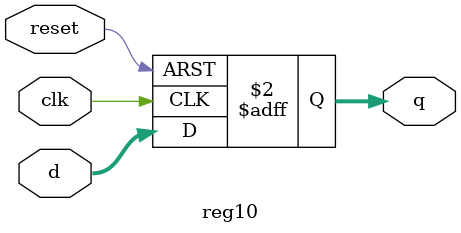
<source format=v>
module reg10(output reg [9:0] q, input [9:0] d, input clk, reset);

    always @(posedge clk or posedge reset) begin
        if (reset)
            q <= 10'b0; // Reinicia el PC a 0
        else
            q <= d; // Carga el nuevo valor del PC
    end

endmodule

</source>
